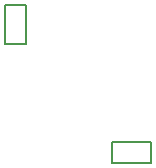
<source format=gbr>
%TF.GenerationSoftware,Altium Limited,Altium Designer,21.6.4 (81)*%
G04 Layer_Color=8388736*
%FSLAX26Y26*%
%MOIN*%
%TF.SameCoordinates,D1CDB01D-C4A6-469F-8C54-8347A019B806*%
%TF.FilePolarity,Positive*%
%TF.FileFunction,Other,Top_3D_Body*%
%TF.Part,Single*%
G01*
G75*
%TA.AperFunction,NonConductor*%
%ADD33C,0.007874*%
D33*
X1132874Y494094D02*
Y562992D01*
X1002953D02*
X1132874D01*
X1002953Y494094D02*
Y562992D01*
Y494094D02*
X1132874D01*
X644685Y888780D02*
X713583D01*
Y1018701D01*
X644685D02*
X713583D01*
X644685Y888780D02*
Y1018701D01*
%TF.MD5,9cc232ef8b9024cc3b6fb3cc9e9b84ca*%
M02*

</source>
